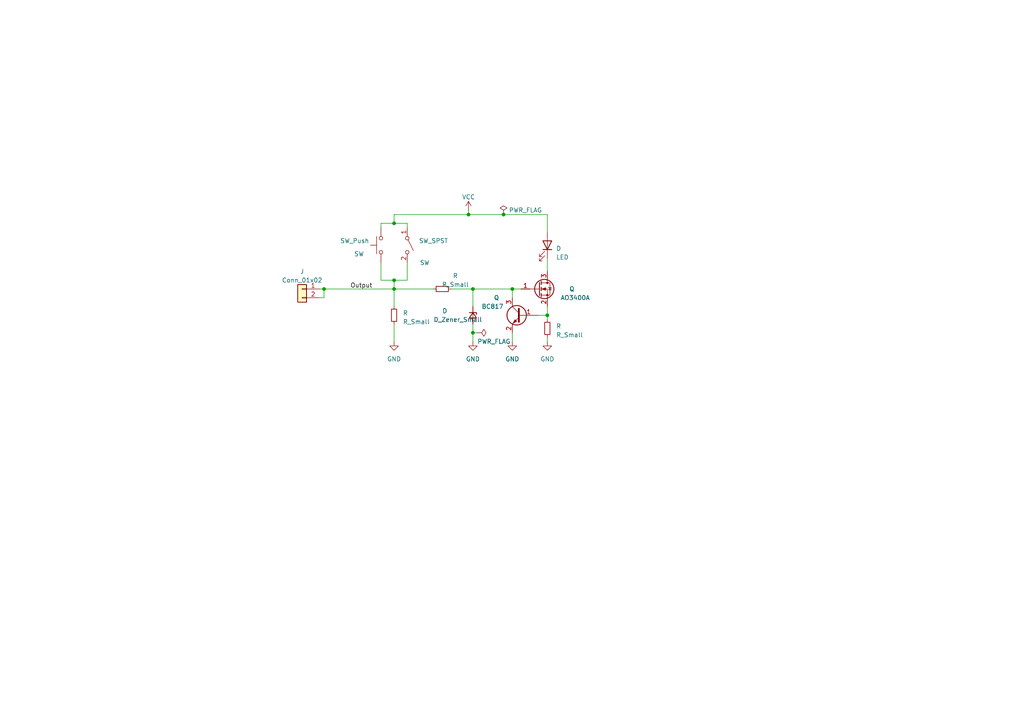
<source format=kicad_sch>
(kicad_sch (version 20220622) (generator eeschema)
  (paper "A4")
  (lib_symbols
    (symbol "Connector_Generic:Conn_01x02" (pin_names (offset 1.016) hide)
      (property "Reference" "J" (at 0 2.54 0))
      (property "Value" "Conn_01x02" (at 0 -5.08 0))
      (symbol "Conn_01x02_1_1"
        (rectangle (start -1.27 -2.413) (end 0 -2.667) (stroke (width 0.1524)))
        (rectangle (start -1.27 0.127) (end 0 -0.127) (stroke (width 0.1524)))
        (rectangle (start -1.27 1.27) (end 1.27 -3.81) (stroke (width 0.254)) (fill (type background)))
        (pin passive line (at -5.08 0 0) (length 3.81) (name "Pin_1") (number "1"))
        (pin passive line (at -5.08 -2.54 0) (length 3.81) (name "Pin_2") (number "2"))
      )
    )
    (symbol "Device:D_Zener_Small" (pin_numbers hide) (pin_names (offset 0.254) hide)
      (property "Reference" "D" (at 0 2.286 0))
      (property "Value" "D_Zener_Small" (at 0 -2.286 0))
      (symbol "D_Zener_Small_0_1"
        (polyline (pts (xy 0.762 0) (xy -0.762 0)))
        (polyline (pts (xy -0.254 1.016) (xy -0.762 1.016) (xy -0.762 -1.016)) (stroke (width 0.254)))
        (polyline (pts (xy 0.762 1.016) (xy -0.762 0) (xy 0.762 -1.016) (xy 0.762 1.016)) (stroke (width 0.254)))
      )
      (symbol "D_Zener_Small_1_1"
        (pin passive line (at -2.54 0 0) (length 1.778) (name "K") (number "1"))
        (pin passive line (at 2.54 0 180) (length 1.778) (name "A") (number "2"))
      )
    )
    (symbol "Device:LED" (pin_numbers hide) (pin_names (offset 1.016) hide)
      (property "Reference" "D" (at 0 2.54 0))
      (property "Value" "LED" (at 0 -2.54 0))
      (symbol "LED_0_1"
        (polyline (pts (xy -1.27 -1.27) (xy -1.27 1.27)) (stroke (width 0.254)))
        (polyline (pts (xy -1.27 0) (xy 1.27 0)))
        (polyline (pts (xy 1.27 -1.27) (xy 1.27 1.27) (xy -1.27 0) (xy 1.27 -1.27)) (stroke (width 0.254)))
        (polyline (pts (xy -3.048 -0.762) (xy -4.572 -2.286) (xy -3.81 -2.286) (xy -4.572 -2.286) (xy -4.572 -1.524)))
        (polyline (pts (xy -1.778 -0.762) (xy -3.302 -2.286) (xy -2.54 -2.286) (xy -3.302 -2.286) (xy -3.302 -1.524)))
      )
      (symbol "LED_1_1"
        (pin passive line (at -3.81 0 0) (length 2.54) (name "K") (number "1"))
        (pin passive line (at 3.81 0 180) (length 2.54) (name "A") (number "2"))
      )
    )
    (symbol "Device:R_Small" (pin_numbers hide) (pin_names (offset 0.254) hide)
      (property "Reference" "R" (at 0.762 0.508 0))
      (property "Value" "R_Small" (at 0.762 -1.016 0))
      (symbol "R_Small_0_1"
        (rectangle (start -0.762 1.778) (end 0.762 -1.778) (stroke (width 0.2032)))
      )
      (symbol "R_Small_1_1"
        (pin passive line (at 0 2.54 270) (length 0.762) (name "~") (number "1"))
        (pin passive line (at 0 -2.54 90) (length 0.762) (name "~") (number "2"))
      )
    )
    (symbol "Switch:SW_Push" (pin_numbers hide) (pin_names (offset 1.016) hide)
      (property "Reference" "SW" (at 1.27 2.54 0))
      (property "Value" "SW_Push" (at 0 -1.524 0))
      (symbol "SW_Push_0_1"
        (circle (center -2.032 0) (radius 0.508))
        (polyline (pts (xy 0 1.27) (xy 0 3.048)))
        (polyline (pts (xy 2.54 1.27) (xy -2.54 1.27)))
        (circle (center 2.032 0) (radius 0.508))
        (pin passive line (at -5.08 0 0) (length 2.54) (name "1") (number "1"))
        (pin passive line (at 5.08 0 180) (length 2.54) (name "2") (number "2"))
      )
    )
    (symbol "Switch:SW_SPST" (pin_names (offset 0) hide)
      (property "Reference" "SW" (at 0 3.175 0))
      (property "Value" "SW_SPST" (at 0 -2.54 0))
      (symbol "SW_SPST_0_0"
        (circle (center -2.032 0) (radius 0.508))
        (polyline (pts (xy -1.524 0.254) (xy 1.524 1.778)))
        (circle (center 2.032 0) (radius 0.508))
      )
      (symbol "SW_SPST_1_1"
        (pin passive line (at -5.08 0 0) (length 2.54) (name "A") (number "1"))
        (pin passive line (at 5.08 0 180) (length 2.54) (name "B") (number "2"))
      )
    )
    (symbol "Transistor_BJT:BC817" (pin_names (offset 0) hide)
      (property "Reference" "Q" (at 5.08 1.905 0))
      (property "Value" "BC817" (at 5.08 0 0))
      (symbol "BC817_0_1"
        (polyline (pts (xy 0.635 0.635) (xy 2.54 2.54)))
        (polyline (pts (xy 0.635 -0.635) (xy 2.54 -2.54) (xy 2.54 -2.54)))
        (polyline (pts (xy 0.635 1.905) (xy 0.635 -1.905) (xy 0.635 -1.905)) (stroke (width 0.508)))
        (polyline (pts (xy 1.27 -1.778) (xy 1.778 -1.27) (xy 2.286 -2.286) (xy 1.27 -1.778) (xy 1.27 -1.778)) (fill (type outline)))
        (circle (center 1.27 0) (radius 2.8194) (stroke (width 0.254)))
      )
      (symbol "BC817_1_1"
        (pin input line (at -5.08 0 0) (length 5.715) (name "B") (number "1"))
        (pin passive line (at 2.54 -5.08 90) (length 2.54) (name "E") (number "2"))
        (pin passive line (at 2.54 5.08 270) (length 2.54) (name "C") (number "3"))
      )
    )
    (symbol "Transistor_FET:AO3400A" (pin_names hide)
      (property "Reference" "Q" (at 5.08 1.905 0))
      (property "Value" "AO3400A" (at 5.08 0 0))
      (symbol "AO3400A_0_1"
        (polyline (pts (xy 0.254 0) (xy -2.54 0)))
        (polyline (pts (xy 0.254 1.905) (xy 0.254 -1.905)) (stroke (width 0.254)))
        (polyline (pts (xy 0.762 -1.27) (xy 0.762 -2.286)) (stroke (width 0.254)))
        (polyline (pts (xy 0.762 0.508) (xy 0.762 -0.508)) (stroke (width 0.254)))
        (polyline (pts (xy 0.762 2.286) (xy 0.762 1.27)) (stroke (width 0.254)))
        (polyline (pts (xy 2.54 2.54) (xy 2.54 1.778)))
        (polyline (pts (xy 2.54 -2.54) (xy 2.54 0) (xy 0.762 0)))
        (polyline (pts (xy 0.762 -1.778) (xy 3.302 -1.778) (xy 3.302 1.778) (xy 0.762 1.778)))
        (polyline (pts (xy 1.016 0) (xy 2.032 0.381) (xy 2.032 -0.381) (xy 1.016 0)) (fill (type outline)))
        (polyline (pts (xy 2.794 0.508) (xy 2.921 0.381) (xy 3.683 0.381) (xy 3.81 0.254)))
        (polyline (pts (xy 3.302 0.381) (xy 2.921 -0.254) (xy 3.683 -0.254) (xy 3.302 0.381)))
        (circle (center 1.651 0) (radius 2.794) (stroke (width 0.254)))
        (circle (center 2.54 -1.778) (radius 0.254) (fill (type outline)))
        (circle (center 2.54 1.778) (radius 0.254) (fill (type outline)))
      )
      (symbol "AO3400A_1_1"
        (pin input line (at -5.08 0 0) (length 2.54) (name "G") (number "1"))
        (pin passive line (at 2.54 -5.08 90) (length 2.54) (name "S") (number "2"))
        (pin passive line (at 2.54 5.08 270) (length 2.54) (name "D") (number "3"))
      )
    )
    (symbol "power:GND" (power) (pin_names (offset 0))
      (property "Value" "GND" (at 0 -3.81 0))
      (symbol "GND_0_1"
        (polyline (pts (xy 0 0) (xy 0 -1.27) (xy 1.27 -1.27) (xy 0 -2.54) (xy -1.27 -1.27) (xy 0 -1.27)))
      )
      (symbol "GND_1_1"
        (pin power_in line (at 0 0 270) (length 0) hide (name "GND") (number "1"))
      )
    )
    (symbol "power:PWR_FLAG" (power) (pin_numbers hide) (pin_names (offset 0) hide)
      (property "Value" "PWR_FLAG" (at 0 3.81 0))
      (symbol "PWR_FLAG_0_0"
        (pin power_out line (at 0 0 90) (length 0) (name "pwr") (number "1"))
      )
      (symbol "PWR_FLAG_0_1"
        (polyline (pts (xy 0 0) (xy 0 1.27) (xy -1.016 1.905) (xy 0 2.54) (xy 1.016 1.905) (xy 0 1.27)))
      )
    )
    (symbol "power:VCC" (power) (pin_names (offset 0))
      (property "Value" "VCC" (at 0 3.81 0))
      (symbol "VCC_0_1"
        (polyline (pts (xy -0.762 1.27) (xy 0 2.54)))
        (polyline (pts (xy 0 0) (xy 0 2.54)))
        (polyline (pts (xy 0 2.54) (xy 0.762 1.27)))
      )
      (symbol "VCC_1_1"
        (pin power_in line (at 0 0 90) (length 0) hide (name "VCC") (number "1"))
      )
    )
  )
  (junction (at 158.75 91.44))
  (junction (at 146.05 62.23))
  (junction (at 135.89 62.23))
  (junction (at 93.98 83.82))
  (junction (at 114.3 64.77))
  (junction (at 114.3 81.28))
  (junction (at 114.3 83.82))
  (junction (at 137.16 96.52))
  (junction (at 148.59 83.82))
  (junction (at 137.16 83.82))
  (wire (pts (xy 110.49 64.77) (xy 114.3 64.77)))
  (wire (pts (xy 137.16 83.82) (xy 148.59 83.82)))
  (wire (pts (xy 92.71 86.36) (xy 93.98 86.36)))
  (wire (pts (xy 158.75 62.23) (xy 158.75 67.31)))
  (wire (pts (xy 93.98 83.82) (xy 114.3 83.82)))
  (wire (pts (xy 135.89 62.23) (xy 146.05 62.23)))
  (wire (pts (xy 110.49 81.28) (xy 110.49 76.2)))
  (wire (pts (xy 92.71 83.82) (xy 93.98 83.82)))
  (wire (pts (xy 158.75 74.93) (xy 158.75 78.74)))
  (wire (pts (xy 137.16 93.98) (xy 137.16 96.52)))
  (wire (pts (xy 114.3 62.23) (xy 135.89 62.23)))
  (wire (pts (xy 110.49 64.77) (xy 110.49 66.04)))
  (wire (pts (xy 114.3 81.28) (xy 114.3 83.82)))
  (wire (pts (xy 137.16 96.52) (xy 137.16 99.06)))
  (wire (pts (xy 114.3 93.98) (xy 114.3 99.06)))
  (wire (pts (xy 93.98 86.36) (xy 93.98 83.82)))
  (wire (pts (xy 114.3 83.82) (xy 125.73 83.82)))
  (wire (pts (xy 158.75 91.44) (xy 158.75 92.71)))
  (wire (pts (xy 118.11 76.2) (xy 118.11 81.28)))
  (wire (pts (xy 118.11 66.04) (xy 118.11 64.77)))
  (wire (pts (xy 118.11 81.28) (xy 114.3 81.28)))
  (wire (pts (xy 135.89 60.96) (xy 135.89 62.23)))
  (wire (pts (xy 137.16 83.82) (xy 137.16 88.9)))
  (wire (pts (xy 137.16 96.52) (xy 138.43 96.52)))
  (wire (pts (xy 158.75 97.79) (xy 158.75 99.06)))
  (wire (pts (xy 118.11 64.77) (xy 114.3 64.77)))
  (wire (pts (xy 148.59 83.82) (xy 148.59 86.36)))
  (wire (pts (xy 130.81 83.82) (xy 137.16 83.82)))
  (wire (pts (xy 110.49 81.28) (xy 114.3 81.28)))
  (wire (pts (xy 114.3 83.82) (xy 114.3 88.9)))
  (wire (pts (xy 158.75 88.9) (xy 158.75 91.44)))
  (wire (pts (xy 114.3 64.77) (xy 114.3 62.23)))
  (wire (pts (xy 146.05 62.23) (xy 158.75 62.23)))
  (wire (pts (xy 148.59 96.52) (xy 148.59 99.06)))
  (wire (pts (xy 156.21 91.44) (xy 158.75 91.44)))
  (wire (pts (xy 151.13 83.82) (xy 148.59 83.82)))
  (label "Output" (at 101.6 83.82 0))
  (symbol (lib_id "Connector_Generic:Conn_01x02") (at 87.63 83.82 0) (mirror y) (unit 1)
    (default_instance (reference "J") (unit 1) (value "Conn_01x02") (footprint ""))
    (property "Reference" "J" (at 87.63 78.74 0))
    (property "Value" "Conn_01x02" (at 87.63 81.28 0))
  )
  (symbol (lib_id "Device:R_Small") (at 128.27 83.82 270) (unit 1)
    (default_instance (reference "R") (unit 1) (value "R_Small") (footprint ""))
    (property "Reference" "R" (at 132.08 80.01 90))
    (property "Value" "R_Small" (at 132.08 82.55 90))
  )
  (symbol (lib_id "power:GND") (at 158.75 99.06 0) (unit 1)
    (default_instance (reference "#PWR") (unit 1) (value "GND") (footprint ""))
    (property "Reference" "#PWR" (effects hide))
    (property "Value" "GND" (at 158.75 104.14 0))
  )
  (symbol (lib_id "Device:D_Zener_Small") (at 137.16 91.44 270) (unit 1)
    (default_instance (reference "D") (unit 1) (value "D_Zener_Small") (footprint ""))
    (property "Reference" "D" (at 128.27 90.17 90) (effects (justify left)))
    (property "Value" "D_Zener_Small" (at 125.73 92.71 90) (effects (justify left)))
  )
  (symbol (lib_id "Switch:SW_Push") (at 110.49 71.12 90) (mirror x) (unit 1)
    (default_instance (reference "SW") (unit 1) (value "SW_Push") (footprint ""))
    (property "Reference" "SW" (at 104.14 73.66 90))
    (property "Value" "SW_Push" (at 102.87 69.85 90))
  )
  (symbol (lib_id "power:GND") (at 148.59 99.06 0) (unit 1)
    (default_instance (reference "#PWR") (unit 1) (value "GND") (footprint ""))
    (property "Reference" "#PWR" (effects hide))
    (property "Value" "GND" (at 148.59 104.14 0))
  )
  (symbol (lib_id "power:GND") (at 114.3 99.06 0) (unit 1)
    (default_instance (reference "#PWR") (unit 1) (value "GND") (footprint ""))
    (property "Reference" "#PWR" (effects hide))
    (property "Value" "GND" (at 114.3 104.14 0))
  )
  (symbol (lib_id "power:PWR_FLAG") (at 146.05 62.23 0) (unit 1)
    (default_instance (reference "#FLG") (unit 1) (value "PWR_FLAG") (footprint ""))
    (property "Reference" "#FLG" (effects hide))
    (property "Value" "PWR_FLAG" (at 152.4 60.96 0))
  )
  (symbol (lib_id "Transistor_FET:AO3400A") (at 156.21 83.82 0) (unit 1)
    (default_instance (reference "Q") (unit 1) (value "AO3400A") (footprint "Package_TO_SOT_SMD:SOT-23"))
    (property "Reference" "Q" (at 165.1 83.82 0) (effects (justify left)))
    (property "Value" "AO3400A" (at 162.56 86.36 0) (effects (justify left)))
    (property "Footprint" "Package_TO_SOT_SMD:SOT-23" (effects hide))
    (property "Datasheet" "http://www.aosmd.com/pdfs/datasheet/AO3400A.pdf" (effects hide))
  )
  (symbol (lib_id "power:VCC") (at 135.89 60.96 0) (unit 1)
    (default_instance (reference "#PWR") (unit 1) (value "VCC") (footprint ""))
    (property "Reference" "#PWR" (effects hide))
    (property "Value" "VCC" (at 135.89 57.15 0))
  )
  (symbol (lib_id "power:GND") (at 137.16 99.06 0) (unit 1)
    (default_instance (reference "#PWR") (unit 1) (value "GND") (footprint ""))
    (property "Reference" "#PWR" (effects hide))
    (property "Value" "GND" (at 137.16 104.14 0))
  )
  (symbol (lib_id "Switch:SW_SPST") (at 118.11 71.12 270) (unit 1)
    (default_instance (reference "SW") (unit 1) (value "SW_SPST") (footprint ""))
    (property "Reference" "SW" (at 123.19 76.2 90))
    (property "Value" "SW_SPST" (at 125.73 69.85 90))
  )
  (symbol (lib_id "power:PWR_FLAG") (at 138.43 96.52 270) (unit 1)
    (default_instance (reference "#FLG") (unit 1) (value "PWR_FLAG") (footprint ""))
    (property "Reference" "#FLG" (effects hide))
    (property "Value" "PWR_FLAG" (at 138.43 99.06 90) (effects (justify left)))
  )
  (symbol (lib_id "Device:R_Small") (at 114.3 91.44 0) (unit 1)
    (default_instance (reference "R") (unit 1) (value "R_Small") (footprint ""))
    (property "Reference" "R" (at 116.84 90.805 0) (effects (justify left)))
    (property "Value" "R_Small" (at 116.84 93.345 0) (effects (justify left)))
  )
  (symbol (lib_id "Device:R_Small") (at 158.75 95.25 0) (unit 1)
    (default_instance (reference "R") (unit 1) (value "R_Small") (footprint ""))
    (property "Reference" "R" (at 161.29 94.615 0) (effects (justify left)))
    (property "Value" "R_Small" (at 161.29 97.155 0) (effects (justify left)))
  )
  (symbol (lib_id "Transistor_BJT:BC817") (at 151.13 91.44 0) (mirror y) (unit 1)
    (default_instance (reference "Q") (unit 1) (value "BC817") (footprint "Package_TO_SOT_SMD:SOT-23"))
    (property "Reference" "Q" (at 144.78 86.36 0) (effects (justify left)))
    (property "Value" "BC817" (at 146.05 88.9 0) (effects (justify left)))
    (property "Footprint" "Package_TO_SOT_SMD:SOT-23" (effects hide))
    (property "Datasheet" "https://www.onsemi.com/pub/Collateral/BC818-D.pdf" (effects hide))
  )
  (symbol (lib_id "Device:LED") (at 158.75 71.12 270) (mirror x) (unit 1)
    (default_instance (reference "D") (unit 1) (value "LED") (footprint ""))
    (property "Reference" "D" (at 161.29 72.0725 90) (effects (justify left)))
    (property "Value" "LED" (at 161.29 74.6125 90) (effects (justify left)))
  )
)
</source>
